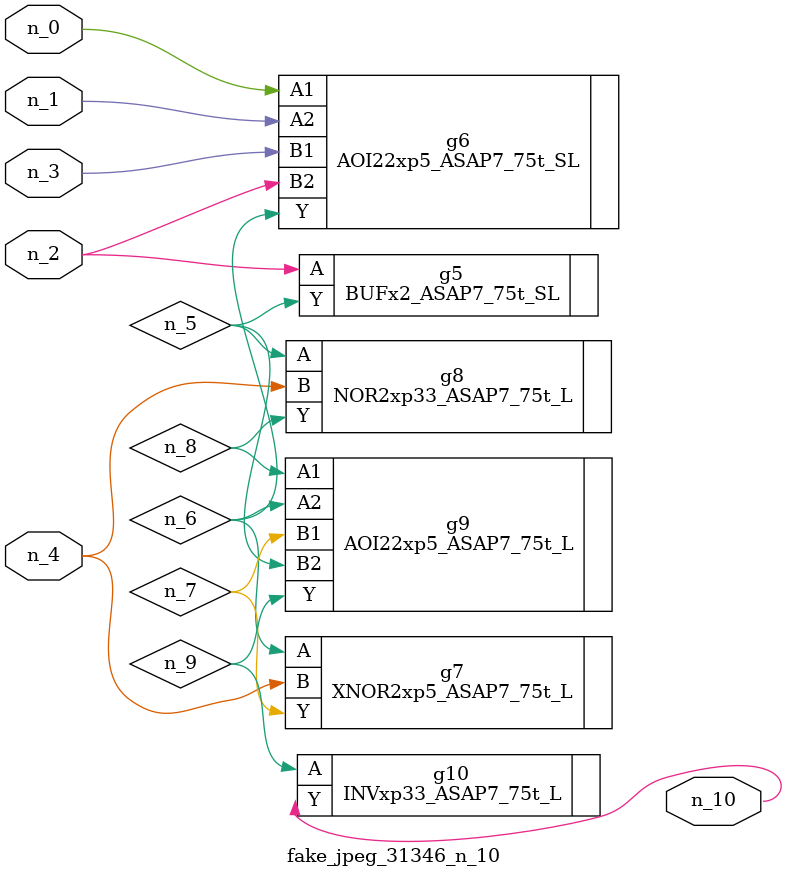
<source format=v>
module fake_jpeg_31346_n_10 (n_3, n_2, n_1, n_0, n_4, n_10);

input n_3;
input n_2;
input n_1;
input n_0;
input n_4;

output n_10;

wire n_8;
wire n_9;
wire n_6;
wire n_5;
wire n_7;

BUFx2_ASAP7_75t_SL g5 ( 
.A(n_2),
.Y(n_5)
);

AOI22xp5_ASAP7_75t_SL g6 ( 
.A1(n_0),
.A2(n_1),
.B1(n_3),
.B2(n_2),
.Y(n_6)
);

XNOR2xp5_ASAP7_75t_L g7 ( 
.A(n_6),
.B(n_4),
.Y(n_7)
);

NOR2xp33_ASAP7_75t_L g8 ( 
.A(n_5),
.B(n_4),
.Y(n_8)
);

AOI22xp5_ASAP7_75t_L g9 ( 
.A1(n_8),
.A2(n_6),
.B1(n_7),
.B2(n_5),
.Y(n_9)
);

INVxp33_ASAP7_75t_L g10 ( 
.A(n_9),
.Y(n_10)
);


endmodule
</source>
